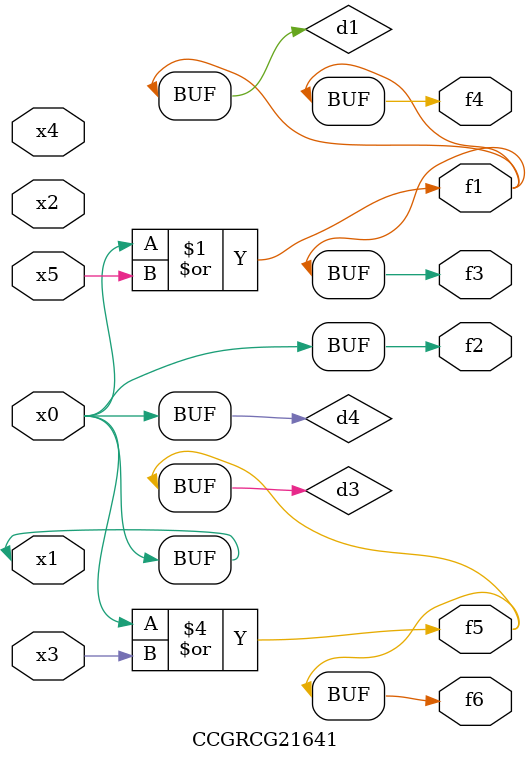
<source format=v>
module CCGRCG21641(
	input x0, x1, x2, x3, x4, x5,
	output f1, f2, f3, f4, f5, f6
);

	wire d1, d2, d3, d4;

	or (d1, x0, x5);
	xnor (d2, x1, x4);
	or (d3, x0, x3);
	buf (d4, x0, x1);
	assign f1 = d1;
	assign f2 = d4;
	assign f3 = d1;
	assign f4 = d1;
	assign f5 = d3;
	assign f6 = d3;
endmodule

</source>
